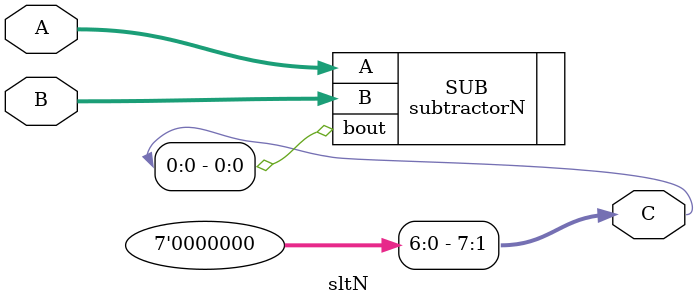
<source format=v>
`timescale 1ns / 1ps


module sltN #(parameter N = 8)(
    input wire [N-1:0] A, B,
    output wire [N-1:0] C
    );
    
    assign C[N-1:1] = {(N-1){1'b0}};
    subtractorN #(.N(N)) SUB(.A(A),.B(B),.bout(C[0]));
endmodule

</source>
